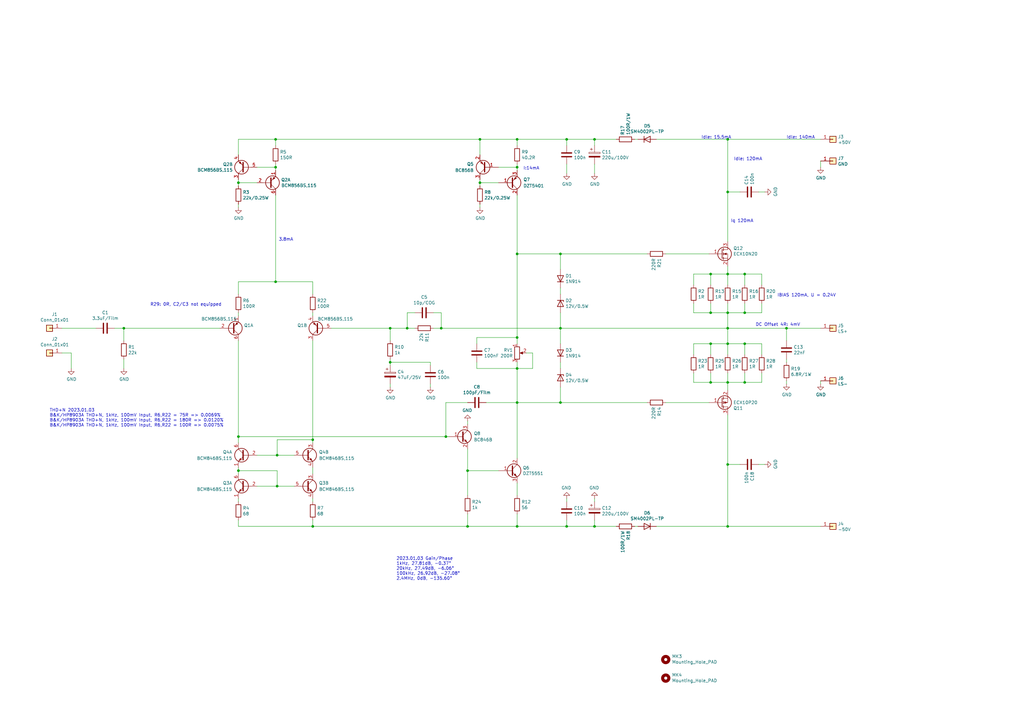
<source format=kicad_sch>
(kicad_sch (version 20230121) (generator eeschema)
  (paper "A3")
  (title_block (title "Lateral MOS FET 80W") (date "2023-07-09") (rev "v5d"))
  (lib_symbols
    (symbol "Connector_Generic:Conn_01x01" (pin_names (offset 1.016) hide)
      (property "Reference" "J" (at 0 2.54 0))
      (property "Value" "Conn_01x01" (at 0 -2.54 0))
      (symbol "Conn_01x01_1_1"
        (rectangle (start -1.27 0.127) (end 0 -0.127) (stroke (width 0.1524)))
        (rectangle (start -1.27 1.27) (end 1.27 -1.27) (stroke (width 0.254)) (fill (type background)))
        (pin passive line (at -5.08 0 0) (length 3.81) (name "Pin_1") (number "1"))
      )
    )
    (symbol "Device:C" (pin_numbers hide) (pin_names (offset 0.254))
      (property "Reference" "C" (at 0.635 2.54 0))
      (property "Value" "C" (at 0.635 -2.54 0))
      (symbol "C_0_1"
        (polyline (pts (xy -2.032 -0.762) (xy 2.032 -0.762)) (stroke (width 0.508)))
        (polyline (pts (xy -2.032 0.762) (xy 2.032 0.762)) (stroke (width 0.508)))
      )
      (symbol "C_1_1"
        (pin passive line (at 0 3.81 270) (length 2.794) (name "~") (number "1"))
        (pin passive line (at 0 -3.81 90) (length 2.794) (name "~") (number "2"))
      )
    )
    (symbol "Device:CP" (pin_numbers hide) (pin_names (offset 0.254))
      (property "Reference" "C" (at 0.635 2.54 0))
      (property "Value" "Device_CP" (at 0.635 -2.54 0))
      (symbol "CP_0_1"
        (rectangle (start -2.286 0.508) (end 2.286 1.016))
        (polyline (pts (xy -1.778 2.286) (xy -0.762 2.286)))
        (polyline (pts (xy -1.27 2.794) (xy -1.27 1.778)))
        (rectangle (start 2.286 -0.508) (end -2.286 -1.016) (fill (type outline)))
      )
      (symbol "CP_1_1"
        (pin passive line (at 0 3.81 270) (length 2.794) (name "~") (number "1"))
        (pin passive line (at 0 -3.81 90) (length 2.794) (name "~") (number "2"))
      )
    )
    (symbol "Device:R" (pin_numbers hide) (pin_names (offset 0))
      (property "Reference" "R" (at 2.032 0 90))
      (property "Value" "R" (at 0 0 90))
      (symbol "R_0_1"
        (rectangle (start -1.016 -2.54) (end 1.016 2.54) (stroke (width 0.254)))
      )
      (symbol "R_1_1"
        (pin passive line (at 0 3.81 270) (length 1.27) (name "~") (number "1"))
        (pin passive line (at 0 -3.81 90) (length 1.27) (name "~") (number "2"))
      )
    )
    (symbol "Device:R_POT" (pin_names (offset 1.016) hide)
      (property "Reference" "RV" (at -4.445 0 90))
      (property "Value" "Device_R_POT" (at -2.54 0 90))
      (symbol "R_POT_0_1"
        (polyline (pts (xy 2.54 0) (xy 1.524 0)))
        (polyline (pts (xy 1.143 0) (xy 2.286 0.508) (xy 2.286 -0.508) (xy 1.143 0)) (fill (type outline)))
        (rectangle (start 1.016 2.54) (end -1.016 -2.54) (stroke (width 0.254)))
      )
      (symbol "R_POT_1_1"
        (pin passive line (at 0 3.81 270) (length 1.27) (name "1") (number "1"))
        (pin passive line (at 3.81 0 180) (length 1.27) (name "2") (number "2"))
        (pin passive line (at 0 -3.81 90) (length 1.27) (name "3") (number "3"))
      )
    )
    (symbol "Diode:1N4002" (pin_numbers hide) (pin_names (offset 1.016) hide)
      (property "Reference" "D" (at 0 2.54 0))
      (property "Value" "1N4002" (at 0 -2.54 0))
      (symbol "1N4002_0_1"
        (polyline (pts (xy -1.27 1.27) (xy -1.27 -1.27)) (stroke (width 0.254)))
        (polyline (pts (xy 1.27 0) (xy -1.27 0)))
        (polyline (pts (xy 1.27 1.27) (xy 1.27 -1.27) (xy -1.27 0) (xy 1.27 1.27)) (stroke (width 0.254)))
      )
      (symbol "1N4002_1_1"
        (pin passive line (at -3.81 0 0) (length 2.54) (name "K") (number "1"))
        (pin passive line (at 3.81 0 180) (length 2.54) (name "A") (number "2"))
      )
    )
    (symbol "Diode:1N4148" (pin_numbers hide) (pin_names (offset 1.016) hide)
      (property "Reference" "D" (at 0 2.54 0))
      (property "Value" "1N4148" (at 0 -2.54 0))
      (symbol "1N4148_0_1"
        (polyline (pts (xy -1.27 1.27) (xy -1.27 -1.27)) (stroke (width 0.254)))
        (polyline (pts (xy 1.27 0) (xy -1.27 0)))
        (polyline (pts (xy 1.27 1.27) (xy 1.27 -1.27) (xy -1.27 0) (xy 1.27 1.27)) (stroke (width 0.254)))
      )
      (symbol "1N4148_1_1"
        (pin passive line (at -3.81 0 0) (length 2.54) (name "K") (number "1"))
        (pin passive line (at 3.81 0 180) (length 2.54) (name "A") (number "2"))
      )
    )
    (symbol "Diode:ZPDxx" (pin_numbers hide) (pin_names (offset 1.016) hide)
      (property "Reference" "D" (at 0 2.54 0))
      (property "Value" "ZPDxx" (at 0 -2.54 0))
      (symbol "ZPDxx_0_1"
        (polyline (pts (xy 1.27 0) (xy -1.27 0)))
        (polyline (pts (xy -1.27 -1.27) (xy -1.27 1.27) (xy -0.762 1.27)) (stroke (width 0.254)))
        (polyline (pts (xy 1.27 -1.27) (xy 1.27 1.27) (xy -1.27 0) (xy 1.27 -1.27)) (stroke (width 0.254)))
      )
      (symbol "ZPDxx_1_1"
        (pin passive line (at -3.81 0 0) (length 2.54) (name "K") (number "1"))
        (pin passive line (at 3.81 0 180) (length 2.54) (name "A") (number "2"))
      )
    )
    (symbol "Mechanical:MountingHole" (pin_names (offset 1.016))
      (property "Reference" "H" (at 0 5.08 0))
      (property "Value" "MountingHole" (at 0 3.175 0))
      (symbol "MountingHole_0_1"
        (circle (center 0 0) (radius 1.27) (stroke (width 1.27)))
      )
    )
    (symbol "Transistor_BJT:BC846" (pin_names (offset 0) hide)
      (property "Reference" "Q" (at 5.08 1.905 0))
      (property "Value" "BC846" (at 5.08 0 0))
      (symbol "BC846_0_1"
        (polyline (pts (xy 0.635 0.635) (xy 2.54 2.54)))
        (polyline (pts (xy 0.635 -0.635) (xy 2.54 -2.54) (xy 2.54 -2.54)))
        (polyline (pts (xy 0.635 1.905) (xy 0.635 -1.905) (xy 0.635 -1.905)) (stroke (width 0.508)))
        (polyline (pts (xy 1.27 -1.778) (xy 1.778 -1.27) (xy 2.286 -2.286) (xy 1.27 -1.778) (xy 1.27 -1.778)) (fill (type outline)))
        (circle (center 1.27 0) (radius 2.8194) (stroke (width 0.254)))
      )
      (symbol "BC846_1_1"
        (pin input line (at -5.08 0 0) (length 5.715) (name "B") (number "1"))
        (pin passive line (at 2.54 -5.08 90) (length 2.54) (name "E") (number "2"))
        (pin passive line (at 2.54 5.08 270) (length 2.54) (name "C") (number "3"))
      )
    )
    (symbol "Transistor_BJT:BC846BDW1" (pin_names (offset 0) hide)
      (property "Reference" "Q" (at 5.08 1.27 0))
      (property "Value" "BC846BDW1" (at 5.08 -1.27 0))
      (symbol "BC846BDW1_0_1"
        (polyline (pts (xy 0.635 0) (xy -2.54 0)))
        (polyline (pts (xy 0.635 0.635) (xy 2.54 2.54)))
        (polyline (pts (xy 0.635 -0.635) (xy 2.54 -2.54) (xy 2.54 -2.54)))
        (polyline (pts (xy 0.635 1.905) (xy 0.635 -1.905) (xy 0.635 -1.905)) (stroke (width 0.508)))
        (polyline (pts (xy 1.27 -1.778) (xy 1.778 -1.27) (xy 2.286 -2.286) (xy 1.27 -1.778) (xy 1.27 -1.778)) (fill (type outline)))
        (circle (center 1.27 0) (radius 2.8194) (stroke (width 0.254)))
      )
      (symbol "BC846BDW1_1_1"
        (pin passive line (at 2.54 -5.08 90) (length 2.54) (name "E1") (number "1"))
        (pin input line (at -5.08 0 0) (length 2.54) (name "B1") (number "2"))
        (pin passive line (at 2.54 5.08 270) (length 2.54) (name "C1") (number "6"))
      )
      (symbol "BC846BDW1_2_1"
        (pin passive line (at 2.54 5.08 270) (length 2.54) (name "C2") (number "3"))
        (pin passive line (at 2.54 -5.08 90) (length 2.54) (name "E2") (number "4"))
        (pin input line (at -5.08 0 0) (length 2.54) (name "B2") (number "5"))
      )
    )
    (symbol "Transistor_BJT:BC856" (pin_names (offset 0) hide)
      (property "Reference" "Q" (at 5.08 1.905 0))
      (property "Value" "BC856" (at 5.08 0 0))
      (symbol "BC856_0_1"
        (polyline (pts (xy 0.635 0.635) (xy 2.54 2.54)))
        (polyline (pts (xy 0.635 -0.635) (xy 2.54 -2.54) (xy 2.54 -2.54)))
        (polyline (pts (xy 0.635 1.905) (xy 0.635 -1.905) (xy 0.635 -1.905)) (stroke (width 0.508)))
        (polyline (pts (xy 2.286 -1.778) (xy 1.778 -2.286) (xy 1.27 -1.27) (xy 2.286 -1.778) (xy 2.286 -1.778)) (fill (type outline)))
        (circle (center 1.27 0) (radius 2.8194) (stroke (width 0.254)))
      )
      (symbol "BC856_1_1"
        (pin input line (at -5.08 0 0) (length 5.715) (name "B") (number "1"))
        (pin passive line (at 2.54 -5.08 90) (length 2.54) (name "E") (number "2"))
        (pin passive line (at 2.54 5.08 270) (length 2.54) (name "C") (number "3"))
      )
    )
    (symbol "Transistor_BJT:BC856BS" (pin_names (offset 0) hide)
      (property "Reference" "Q" (at 5.08 1.27 0))
      (property "Value" "BC856BS" (at 5.08 -1.27 0))
      (symbol "BC856BS_0_1"
        (polyline (pts (xy 0.635 0) (xy -2.54 0)))
        (polyline (pts (xy 0.635 0.635) (xy 2.54 2.54)))
        (polyline (pts (xy 0.635 -0.635) (xy 2.54 -2.54) (xy 2.54 -2.54)))
        (polyline (pts (xy 0.635 1.905) (xy 0.635 -1.905) (xy 0.635 -1.905)) (stroke (width 0.508)))
        (polyline (pts (xy 2.286 -1.778) (xy 1.778 -2.286) (xy 1.27 -1.27) (xy 2.286 -1.778) (xy 2.286 -1.778)) (fill (type outline)))
        (circle (center 1.27 0) (radius 2.8194) (stroke (width 0.254)))
      )
      (symbol "BC856BS_1_1"
        (pin passive line (at 2.54 -5.08 90) (length 2.54) (name "E1") (number "1"))
        (pin input line (at -5.08 0 0) (length 2.54) (name "B1") (number "2"))
        (pin passive line (at 2.54 5.08 270) (length 2.54) (name "C1") (number "6"))
      )
      (symbol "BC856BS_2_1"
        (pin passive line (at 2.54 5.08 270) (length 2.54) (name "C2") (number "3"))
        (pin passive line (at 2.54 -5.08 90) (length 2.54) (name "E2") (number "4"))
        (pin input line (at -5.08 0 0) (length 2.54) (name "B2") (number "5"))
      )
    )
    (symbol "kicad-snk:DZT5401" (pin_names (offset 0) hide)
      (property "Reference" "Q" (at 5.08 1.905 0))
      (property "Value" "DZT5401" (at 5.08 0 0))
      (symbol "DZT5401_0_1"
        (polyline (pts (xy 0.635 0.635) (xy 2.54 2.54)))
        (polyline (pts (xy 0.635 -0.635) (xy 2.54 -2.54) (xy 2.54 -2.54)))
        (polyline (pts (xy 0.635 1.905) (xy 0.635 -1.905) (xy 0.635 -1.905)) (stroke (width 0.508)))
        (polyline (pts (xy 2.286 -1.778) (xy 1.778 -2.286) (xy 1.27 -1.27) (xy 2.286 -1.778) (xy 2.286 -1.778)) (fill (type outline)))
        (circle (center 1.27 0) (radius 2.8194) (stroke (width 0.254)))
      )
      (symbol "DZT5401_1_1"
        (pin input line (at -5.08 0 0) (length 5.715) (name "B") (number "1"))
        (pin passive line (at 2.54 5.08 270) (length 2.54) (name "C") (number "2"))
        (pin passive line (at 2.54 -5.08 90) (length 2.54) (name "E") (number "3"))
      )
    )
    (symbol "kicad-snk:DZT5551" (pin_names (offset 0) hide)
      (property "Reference" "Q" (at 5.08 1.905 0))
      (property "Value" "kicad-snk_DZT5551" (at 5.08 0 0))
      (symbol "DZT5551_0_1"
        (polyline (pts (xy 0.635 0.635) (xy 2.54 2.54)))
        (polyline (pts (xy 0.635 -0.635) (xy 2.54 -2.54) (xy 2.54 -2.54)))
        (polyline (pts (xy 0.635 1.905) (xy 0.635 -1.905) (xy 0.635 -1.905)) (stroke (width 0.508)))
        (polyline (pts (xy 1.27 -1.778) (xy 1.778 -1.27) (xy 2.286 -2.286) (xy 1.27 -1.778) (xy 1.27 -1.778)) (fill (type outline)))
        (circle (center 1.27 0) (radius 2.8194) (stroke (width 0.254)))
      )
      (symbol "DZT5551_1_1"
        (pin input line (at -5.08 0 0) (length 5.715) (name "B") (number "1"))
        (pin passive line (at 2.54 5.08 270) (length 2.54) (name "C") (number "2"))
        (pin passive line (at 2.54 -5.08 90) (length 2.54) (name "E") (number "3"))
      )
    )
    (symbol "kicad-snk:Q_NMOS_GSD" (pin_names (offset 0) hide)
      (property "Reference" "Q" (at 7.62 1.27 0))
      (property "Value" "kicad-snk_Q_NMOS_GSD" (at 16.51 -1.27 0))
      (symbol "Q_NMOS_GSD_0_1"
        (polyline (pts (xy 0.762 -1.778) (xy 2.54 -1.778)))
        (polyline (pts (xy 0.762 -1.27) (xy 0.762 -2.286)) (stroke (width 0.254)))
        (polyline (pts (xy 0.762 0) (xy 2.54 0)))
        (polyline (pts (xy 0.762 0.508) (xy 0.762 -0.508)) (stroke (width 0.254)))
        (polyline (pts (xy 0.762 1.778) (xy 2.54 1.778)))
        (polyline (pts (xy 0.762 2.286) (xy 0.762 1.27)) (stroke (width 0.254)))
        (polyline (pts (xy 2.54 -1.778) (xy 2.54 -2.54)))
        (polyline (pts (xy 2.54 -1.778) (xy 2.54 0)))
        (polyline (pts (xy 2.54 2.54) (xy 2.54 1.778)))
        (polyline (pts (xy 0.254 1.905) (xy 0.254 -1.905) (xy 0.254 -1.905)) (stroke (width 0.254)))
        (polyline (pts (xy 1.016 0) (xy 2.032 0.381) (xy 2.032 -0.381) (xy 1.016 0)) (fill (type outline)))
        (circle (center 1.27 0) (radius 2.8194) (stroke (width 0.254)))
      )
      (symbol "Q_NMOS_GSD_1_1"
        (pin input line (at -5.08 0 0) (length 5.334) (name "G") (number "1"))
        (pin passive line (at 2.54 -5.08 90) (length 2.54) (name "S") (number "2"))
        (pin passive line (at 2.54 5.08 270) (length 2.54) (name "D") (number "3"))
      )
    )
    (symbol "kicad-snk:Q_PMOS_GSD" (pin_names (offset 0) hide)
      (property "Reference" "Q" (at 7.62 1.27 0))
      (property "Value" "kicad-snk_Q_PMOS_GSD" (at 16.51 -1.27 0))
      (symbol "Q_PMOS_GSD_0_1"
        (polyline (pts (xy 0.762 -1.778) (xy 2.54 -1.778)))
        (polyline (pts (xy 0.762 -1.27) (xy 0.762 -2.286)) (stroke (width 0.254)))
        (polyline (pts (xy 0.762 0) (xy 2.54 0)))
        (polyline (pts (xy 0.762 0.508) (xy 0.762 -0.508)) (stroke (width 0.254)))
        (polyline (pts (xy 0.762 1.778) (xy 2.54 1.778)))
        (polyline (pts (xy 0.762 2.286) (xy 0.762 1.27)) (stroke (width 0.254)))
        (polyline (pts (xy 2.54 -1.778) (xy 2.54 -2.54)))
        (polyline (pts (xy 2.54 -1.778) (xy 2.54 0)))
        (polyline (pts (xy 2.54 2.54) (xy 2.54 1.778)))
        (polyline (pts (xy 0.254 1.905) (xy 0.254 -1.905) (xy 0.254 -1.905)) (stroke (width 0.254)))
        (polyline (pts (xy 2.286 0) (xy 1.27 -0.381) (xy 1.27 0.381) (xy 2.286 0)) (fill (type outline)))
        (circle (center 1.27 0) (radius 2.8194) (stroke (width 0.254)))
      )
      (symbol "Q_PMOS_GSD_1_1"
        (pin input line (at -5.08 0 0) (length 5.334) (name "G") (number "1"))
        (pin passive line (at 2.54 -5.08 90) (length 2.54) (name "D") (number "2"))
        (pin passive line (at 2.54 5.08 270) (length 2.54) (name "S") (number "3"))
      )
    )
    (symbol "power:GND" (power) (pin_names (offset 0))
      (property "Value" "GND" (at 0 -3.81 0))
      (symbol "GND_0_1"
        (polyline (pts (xy 0 0) (xy 0 -1.27) (xy 1.27 -1.27) (xy 0 -2.54) (xy -1.27 -1.27) (xy 0 -1.27)))
      )
      (symbol "GND_1_1"
        (pin power_in line (at 0 0 270) (length 0) hide (name "GND") (number "1"))
      )
    )
  )
  (junction (at 229.87 165.1))
  (junction (at 191.77 215.9))
  (junction (at 212.09 68.58))
  (junction (at 229.87 104.14))
  (junction (at 212.09 165.1))
  (junction (at 305.435 156.845))
  (junction (at 229.87 134.62))
  (junction (at 191.77 193.04))
  (junction (at 212.09 215.9))
  (junction (at 196.85 74.93))
  (junction (at 97.79 193.04))
  (junction (at 113.665 186.69))
  (junction (at 113.03 115.57))
  (junction (at 50.8 134.62))
  (junction (at 243.84 57.15))
  (junction (at 232.41 215.9))
  (junction (at 212.09 138.43))
  (junction (at 113.03 57.15))
  (junction (at 232.41 57.15))
  (junction (at 97.79 179.07))
  (junction (at 212.09 151.13))
  (junction (at 113.665 199.39))
  (junction (at 298.45 156.845))
  (junction (at 298.45 190.5))
  (junction (at 160.02 134.62))
  (junction (at 180.975 134.62))
  (junction (at 128.27 215.9))
  (junction (at 167.005 134.62))
  (junction (at 298.45 112.395))
  (junction (at 305.435 112.395))
  (junction (at 305.435 140.97))
  (junction (at 298.45 134.62))
  (junction (at 113.03 68.58))
  (junction (at 212.09 57.15))
  (junction (at 182.88 179.07))
  (junction (at 298.45 57.15))
  (junction (at 212.09 104.14))
  (junction (at 97.79 74.93))
  (junction (at 128.27 180.34))
  (junction (at 291.465 140.97))
  (junction (at 196.85 57.15))
  (junction (at 322.58 134.62))
  (junction (at 298.45 128.27))
  (junction (at 291.465 128.27))
  (junction (at 291.465 156.845))
  (junction (at 291.465 112.395))
  (junction (at 243.84 215.9))
  (junction (at 298.45 140.97))
  (junction (at 160.02 148.59))
  (junction (at 298.45 78.74))
  (junction (at 298.45 215.9))
  (junction (at 305.435 128.27))
  (wire (pts (xy 50.8 134.62) (xy 90.17 134.62)))
  (wire (pts (xy 212.09 68.58) (xy 212.09 69.85)))
  (wire (pts (xy 29.21 144.78) (xy 25.4 144.78)))
  (wire (pts (xy 312.42 112.395) (xy 305.435 112.395)))
  (wire (pts (xy 284.48 156.845) (xy 291.465 156.845)))
  (wire (pts (xy 284.48 140.97) (xy 291.465 140.97)))
  (wire (pts (xy 196.85 73.66) (xy 196.85 74.93)))
  (wire (pts (xy 305.435 156.845) (xy 298.45 156.845)))
  (wire (pts (xy 128.27 115.57) (xy 113.03 115.57)))
  (wire (pts (xy 218.44 151.13) (xy 218.44 144.78)))
  (wire (pts (xy 128.27 139.7) (xy 128.27 180.34)))
  (wire (pts (xy 291.465 116.84) (xy 291.465 112.395)))
  (wire (pts (xy 160.02 148.59) (xy 176.53 148.59)))
  (wire (pts (xy 284.48 128.27) (xy 291.465 128.27)))
  (wire (pts (xy 298.45 215.9) (xy 298.45 190.5)))
  (wire (pts (xy 212.09 165.1) (xy 229.87 165.1)))
  (wire (pts (xy 113.03 57.15) (xy 196.85 57.15)))
  (wire (pts (xy 312.42 128.27) (xy 305.435 128.27)))
  (wire (pts (xy 212.09 210.82) (xy 212.09 215.9)))
  (wire (pts (xy 196.85 57.15) (xy 196.85 63.5)))
  (wire (pts (xy 176.53 149.86) (xy 176.53 148.59)))
  (wire (pts (xy 291.465 145.415) (xy 291.465 140.97)))
  (wire (pts (xy 291.465 112.395) (xy 298.45 112.395)))
  (wire (pts (xy 212.09 57.15) (xy 232.41 57.15)))
  (wire (pts (xy 229.87 110.49) (xy 229.87 104.14)))
  (wire (pts (xy 105.41 199.39) (xy 113.665 199.39)))
  (wire (pts (xy 191.77 184.15) (xy 191.77 193.04)))
  (wire (pts (xy 232.41 57.15) (xy 232.41 59.69)))
  (wire (pts (xy 113.03 115.57) (xy 97.79 115.57)))
  (wire (pts (xy 25.4 134.62) (xy 39.37 134.62)))
  (wire (pts (xy 105.41 68.58) (xy 113.03 68.58)))
  (wire (pts (xy 229.87 128.27) (xy 229.87 134.62)))
  (wire (pts (xy 232.41 67.31) (xy 232.41 71.12)))
  (wire (pts (xy 232.41 215.9) (xy 243.84 215.9)))
  (wire (pts (xy 303.53 78.74) (xy 298.45 78.74)))
  (wire (pts (xy 128.27 180.34) (xy 128.27 181.61)))
  (wire (pts (xy 303.53 190.5) (xy 298.45 190.5)))
  (wire (pts (xy 113.665 199.39) (xy 120.65 199.39)))
  (wire (pts (xy 97.79 74.93) (xy 105.41 74.93)))
  (wire (pts (xy 312.42 116.84) (xy 312.42 112.395)))
  (wire (pts (xy 191.77 172.72) (xy 191.77 173.99)))
  (wire (pts (xy 243.84 57.15) (xy 243.84 59.69)))
  (wire (pts (xy 298.45 99.06) (xy 298.45 78.74)))
  (wire (pts (xy 167.005 134.62) (xy 170.18 134.62)))
  (wire (pts (xy 196.85 74.93) (xy 196.85 76.2)))
  (wire (pts (xy 160.02 148.59) (xy 160.02 147.32)))
  (wire (pts (xy 167.005 128.27) (xy 167.005 134.62)))
  (wire (pts (xy 105.41 186.69) (xy 113.665 186.69)))
  (wire (pts (xy 196.85 57.15) (xy 212.09 57.15)))
  (wire (pts (xy 113.665 193.04) (xy 113.665 199.39)))
  (wire (pts (xy 232.41 57.15) (xy 243.84 57.15)))
  (wire (pts (xy 212.09 151.13) (xy 218.44 151.13)))
  (wire (pts (xy 196.85 74.93) (xy 204.47 74.93)))
  (wire (pts (xy 182.88 179.07) (xy 184.15 179.07)))
  (wire (pts (xy 97.79 139.7) (xy 97.79 179.07)))
  (wire (pts (xy 212.09 138.43) (xy 212.09 140.97)))
  (wire (pts (xy 284.48 124.46) (xy 284.48 128.27)))
  (wire (pts (xy 97.79 204.47) (xy 97.79 205.74)))
  (wire (pts (xy 261.62 57.15) (xy 260.35 57.15)))
  (wire (pts (xy 191.77 215.9) (xy 212.09 215.9)))
  (wire (pts (xy 273.05 165.1) (xy 290.83 165.1)))
  (wire (pts (xy 128.27 215.9) (xy 191.77 215.9)))
  (wire (pts (xy 298.45 112.395) (xy 298.45 116.84)))
  (wire (pts (xy 212.09 151.13) (xy 212.09 165.1)))
  (wire (pts (xy 182.88 165.1) (xy 182.88 179.07)))
  (wire (pts (xy 229.87 158.75) (xy 229.87 165.1)))
  (wire (pts (xy 212.09 57.15) (xy 212.09 59.69)))
  (wire (pts (xy 212.09 165.1) (xy 212.09 187.96)))
  (wire (pts (xy 191.77 165.1) (xy 182.88 165.1)))
  (wire (pts (xy 128.27 128.27) (xy 128.27 129.54)))
  (wire (pts (xy 312.42 156.845) (xy 305.435 156.845)))
  (wire (pts (xy 336.55 66.04) (xy 336.55 68.58)))
  (wire (pts (xy 312.42 140.97) (xy 305.435 140.97)))
  (wire (pts (xy 97.79 73.66) (xy 97.79 74.93)))
  (wire (pts (xy 312.42 145.415) (xy 312.42 140.97)))
  (wire (pts (xy 97.79 57.15) (xy 113.03 57.15)))
  (wire (pts (xy 298.45 78.74) (xy 298.45 57.15)))
  (wire (pts (xy 97.79 57.15) (xy 97.79 63.5)))
  (wire (pts (xy 204.47 68.58) (xy 212.09 68.58)))
  (wire (pts (xy 196.85 83.82) (xy 196.85 85.09)))
  (wire (pts (xy 312.42 124.46) (xy 312.42 128.27)))
  (wire (pts (xy 298.45 140.97) (xy 298.45 145.415)))
  (wire (pts (xy 298.45 170.18) (xy 298.45 190.5)))
  (wire (pts (xy 229.87 104.14) (xy 265.43 104.14)))
  (wire (pts (xy 284.48 153.035) (xy 284.48 156.845)))
  (wire (pts (xy 322.58 139.7) (xy 322.58 134.62)))
  (wire (pts (xy 269.24 57.15) (xy 298.45 57.15)))
  (wire (pts (xy 50.8 151.13) (xy 50.8 147.32)))
  (wire (pts (xy 305.435 140.97) (xy 298.45 140.97)))
  (wire (pts (xy 305.435 145.415) (xy 305.435 140.97)))
  (wire (pts (xy 291.465 156.845) (xy 298.45 156.845)))
  (wire (pts (xy 322.58 157.48) (xy 322.58 156.21)))
  (wire (pts (xy 97.79 179.07) (xy 97.79 181.61)))
  (wire (pts (xy 97.79 128.27) (xy 97.79 129.54)))
  (wire (pts (xy 195.58 140.97) (xy 195.58 138.43)))
  (wire (pts (xy 273.05 104.14) (xy 290.83 104.14)))
  (wire (pts (xy 313.69 78.74) (xy 311.15 78.74)))
  (wire (pts (xy 97.79 213.36) (xy 97.79 215.9)))
  (wire (pts (xy 243.84 213.36) (xy 243.84 215.9)))
  (wire (pts (xy 113.03 57.15) (xy 113.03 59.69)))
  (wire (pts (xy 212.09 198.12) (xy 212.09 203.2)))
  (wire (pts (xy 298.45 156.845) (xy 298.45 160.02)))
  (wire (pts (xy 97.79 193.04) (xy 97.79 194.31)))
  (wire (pts (xy 269.24 215.9) (xy 298.45 215.9)))
  (wire (pts (xy 160.02 134.62) (xy 160.02 139.7)))
  (wire (pts (xy 322.58 148.59) (xy 322.58 147.32)))
  (wire (pts (xy 113.665 186.69) (xy 113.665 180.34)))
  (wire (pts (xy 212.09 148.59) (xy 212.09 151.13)))
  (wire (pts (xy 97.79 83.82) (xy 97.79 85.09)))
  (wire (pts (xy 160.02 149.86) (xy 160.02 148.59)))
  (wire (pts (xy 176.53 158.75) (xy 176.53 157.48)))
  (wire (pts (xy 298.45 57.15) (xy 336.55 57.15)))
  (wire (pts (xy 50.8 139.7) (xy 50.8 134.62)))
  (wire (pts (xy 128.27 115.57) (xy 128.27 120.65)))
  (wire (pts (xy 180.975 128.27) (xy 180.975 134.62)))
  (wire (pts (xy 97.79 191.77) (xy 97.79 193.04)))
  (wire (pts (xy 336.55 134.62) (xy 322.58 134.62)))
  (wire (pts (xy 113.665 186.69) (xy 120.65 186.69)))
  (wire (pts (xy 180.975 134.62) (xy 229.87 134.62)))
  (wire (pts (xy 243.84 57.15) (xy 252.73 57.15)))
  (wire (pts (xy 180.975 128.27) (xy 177.8 128.27)))
  (wire (pts (xy 128.27 191.77) (xy 128.27 194.31)))
  (wire (pts (xy 191.77 193.04) (xy 204.47 193.04)))
  (wire (pts (xy 305.435 124.46) (xy 305.435 128.27)))
  (wire (pts (xy 195.58 148.59) (xy 195.58 151.13)))
  (wire (pts (xy 199.39 165.1) (xy 212.09 165.1)))
  (wire (pts (xy 177.8 134.62) (xy 180.975 134.62)))
  (wire (pts (xy 128.27 213.36) (xy 128.27 215.9)))
  (wire (pts (xy 170.18 128.27) (xy 167.005 128.27)))
  (wire (pts (xy 243.84 67.31) (xy 243.84 71.12)))
  (wire (pts (xy 97.79 115.57) (xy 97.79 120.65)))
  (wire (pts (xy 284.48 112.395) (xy 291.465 112.395)))
  (wire (pts (xy 46.99 134.62) (xy 50.8 134.62)))
  (wire (pts (xy 97.79 215.9) (xy 128.27 215.9)))
  (wire (pts (xy 305.435 153.035) (xy 305.435 156.845)))
  (wire (pts (xy 229.87 151.13) (xy 229.87 148.59)))
  (wire (pts (xy 212.09 67.31) (xy 212.09 68.58)))
  (wire (pts (xy 291.465 124.46) (xy 291.465 128.27)))
  (wire (pts (xy 232.41 205.74) (xy 232.41 204.47)))
  (wire (pts (xy 191.77 210.82) (xy 191.77 215.9)))
  (wire (pts (xy 284.48 116.84) (xy 284.48 112.395)))
  (wire (pts (xy 160.02 158.75) (xy 160.02 157.48)))
  (wire (pts (xy 313.69 190.5) (xy 311.15 190.5)))
  (wire (pts (xy 195.58 151.13) (xy 212.09 151.13)))
  (wire (pts (xy 97.79 193.04) (xy 113.665 193.04)))
  (wire (pts (xy 113.03 67.31) (xy 113.03 68.58)))
  (wire (pts (xy 113.03 80.01) (xy 113.03 115.57)))
  (wire (pts (xy 291.465 140.97) (xy 298.45 140.97)))
  (wire (pts (xy 298.45 134.62) (xy 298.45 140.97)))
  (wire (pts (xy 291.465 153.035) (xy 291.465 156.845)))
  (wire (pts (xy 215.9 144.78) (xy 218.44 144.78)))
  (wire (pts (xy 212.09 80.01) (xy 212.09 104.14)))
  (wire (pts (xy 284.48 145.415) (xy 284.48 140.97)))
  (wire (pts (xy 212.09 138.43) (xy 212.09 104.14)))
  (wire (pts (xy 229.87 165.1) (xy 265.43 165.1)))
  (wire (pts (xy 261.62 215.9) (xy 260.35 215.9)))
  (wire (pts (xy 298.45 215.9) (xy 336.55 215.9)))
  (wire (pts (xy 298.45 128.27) (xy 298.45 134.62)))
  (wire (pts (xy 243.84 204.47) (xy 243.84 205.74)))
  (wire (pts (xy 212.09 104.14) (xy 229.87 104.14)))
  (wire (pts (xy 229.87 140.97) (xy 229.87 134.62)))
  (wire (pts (xy 291.465 128.27) (xy 298.45 128.27)))
  (wire (pts (xy 298.45 153.035) (xy 298.45 156.845)))
  (wire (pts (xy 298.45 124.46) (xy 298.45 128.27)))
  (wire (pts (xy 29.21 151.13) (xy 29.21 144.78)))
  (wire (pts (xy 160.02 134.62) (xy 167.005 134.62)))
  (wire (pts (xy 298.45 109.22) (xy 298.45 112.395)))
  (wire (pts (xy 135.89 134.62) (xy 160.02 134.62)))
  (wire (pts (xy 128.27 204.47) (xy 128.27 205.74)))
  (wire (pts (xy 212.09 215.9) (xy 232.41 215.9)))
  (wire (pts (xy 312.42 153.035) (xy 312.42 156.845)))
  (wire (pts (xy 97.79 74.93) (xy 97.79 76.2)))
  (wire (pts (xy 305.435 112.395) (xy 298.45 112.395)))
  (wire (pts (xy 195.58 138.43) (xy 212.09 138.43)))
  (wire (pts (xy 113.03 68.58) (xy 113.03 69.85)))
  (wire (pts (xy 232.41 213.36) (xy 232.41 215.9)))
  (wire (pts (xy 298.45 134.62) (xy 322.58 134.62)))
  (wire (pts (xy 229.87 134.62) (xy 298.45 134.62)))
  (wire (pts (xy 191.77 193.04) (xy 191.77 203.2)))
  (wire (pts (xy 229.87 120.65) (xy 229.87 118.11)))
  (wire (pts (xy 113.665 180.34) (xy 128.27 180.34)))
  (wire (pts (xy 305.435 116.84) (xy 305.435 112.395)))
  (wire (pts (xy 243.84 215.9) (xy 252.73 215.9)))
  (wire (pts (xy 305.435 128.27) (xy 298.45 128.27)))
  (wire (pts (xy 336.55 157.48) (xy 336.55 156.21)))
  (wire (pts (xy 97.79 179.07) (xy 182.88 179.07)))
  (text "THD+N 2023.01.03\nB&K/HP8903A THD+N, 1kHz, 100mV Input, R6,R22 = 75R => 0.0069%\nB&K/HP8903A THD+N, 1kHz, 100mV Input, R6,R22 = 180R => 0.0120%\nB&K/HP8903A THD+N, 1kHz, 100mV Input, R6,R22 = 100R => 0.0075%\n" (at 20.32 175.26 0) (effects (font (size 1.27 1.27)) (justify left bottom)))
  (text "Idle: 120mA" (at 300.99 66.04 0) (effects (font (size 1.27 1.27)) (justify left bottom)))
  (text "Iq 120mA" (at 299.72 91.44 0) (effects (font (size 1.27 1.27)) (justify left bottom)))
  (text "Idle: 15.5mA" (at 287.655 57.15 0) (effects (font (size 1.27 1.27)) (justify left bottom)))
  (text "2023.01.03 Gain/Phase\n1kHz, 27.81dB, -0.37°\n20kHz, 27.49dB, -6.06°\n100kHz, 26.92dB, -27.08°\n2.4MHz, 0dB, -135.60°" (at 162.56 238.125 0) (effects (font (size 1.27 1.27)) (justify left bottom)))
  (text "Idle: 140mA" (at 322.58 57.15 0) (effects (font (size 1.27 1.27)) (justify left bottom)))
  (text "DC Offset 4R: 4mV" (at 309.88 133.985 0) (effects (font (size 1.27 1.27)) (justify left bottom)))
  (text "R29: 0R, C2/C3 not equipped" (at 61.595 125.73 0) (effects (font (size 1.27 1.27)) (justify left bottom)))
  (text "3.8mA" (at 114.3 99.06 0) (effects (font (size 1.27 1.27)) (justify left bottom)))
  (text "I:14mA" (at 214.63 69.85 0) (effects (font (size 1.27 1.27)) (justify left bottom)))
  (text "IBIAS 120mA, U = 0.24V" (at 318.77 121.92 0) (effects (font (size 1.27 1.27)) (justify left bottom)))
  (symbol (lib_id "Device:C") (at 43.18 134.62 270) (unit 1)
    (property "Reference" "C1" (at 43.18 128.2192 90))
    (property "Value" "3.3uF/Film" (at 43.18 130.5306 90))
    (property "Footprint" "Capacitor_THT:C_Rect_L7.2mm_W7.2mm_P5.00mm_FKS2_FKP2_MKS2_MKP2" (effects hide))
  )
  (symbol (lib_id "power:GND") (at 50.8 151.13 0) (unit 1)
    (property "Reference" "#PWR0101" (effects hide))
    (property "Value" "GND" (at 50.927 155.5242 0))
  )
  (symbol (lib_id "Device:R") (at 50.8 143.51 0) (unit 1)
    (property "Reference" "R1" (at 52.578 142.3416 0) (effects (justify left)))
    (property "Value" "22k" (at 52.578 144.653 0) (effects (justify left)))
    (property "Footprint" "Resistor_SMD:R_0805_2012Metric_Pad1.20x1.40mm_HandSolder" (effects hide))
  )
  (symbol (lib_id "power:GND") (at 29.21 151.13 0) (unit 1)
    (property "Reference" "#PWR0102" (effects hide))
    (property "Value" "GND" (at 29.337 155.5242 0))
  )
  (symbol (lib_id "Connector_Generic:Conn_01x01") (at 20.32 134.62 180) (unit 1)
    (property "Reference" "J1" (at 22.4028 128.905 0))
    (property "Value" "Conn_01x01" (at 22.4028 131.2164 0))
    (property "Footprint" "Connector_Pin:Pin_D1.0mm_L10.0mm" (effects hide))
  )
  (symbol (lib_id "Connector_Generic:Conn_01x01") (at 20.32 144.78 180) (unit 1)
    (property "Reference" "J2" (at 22.4028 139.065 0))
    (property "Value" "Conn_01x01" (at 22.4028 141.3764 0))
    (property "Footprint" "Connector_Pin:Pin_D1.0mm_L10.0mm" (effects hide))
  )
  (symbol (lib_id "Device:R") (at 97.79 124.46 0) (unit 1)
    (property "Reference" "R6" (at 99.568 123.2916 0) (effects (justify left)))
    (property "Value" "100R" (at 99.568 125.603 0) (effects (justify left)))
    (property "Footprint" "Resistor_SMD:R_0805_2012Metric_Pad1.20x1.40mm_HandSolder" (effects hide))
  )
  (symbol (lib_id "Device:R") (at 97.79 80.01 0) (unit 1)
    (property "Reference" "R3" (at 99.568 78.8416 0) (effects (justify left)))
    (property "Value" "22k/0.25W" (at 99.568 81.153 0) (effects (justify left)))
    (property "Footprint" "Resistor_SMD:R_0805_2012Metric_Pad1.20x1.40mm_HandSolder" (effects hide))
  )
  (symbol (lib_id "power:GND") (at 97.79 85.09 0) (unit 1)
    (property "Reference" "#PWR0103" (effects hide))
    (property "Value" "GND" (at 97.917 89.4842 0))
  )
  (symbol (lib_id "Device:R") (at 113.03 63.5 0) (unit 1)
    (property "Reference" "R5" (at 114.808 62.3316 0) (effects (justify left)))
    (property "Value" "150R" (at 114.808 64.643 0) (effects (justify left)))
    (property "Footprint" "Resistor_SMD:R_0805_2012Metric_Pad1.20x1.40mm_HandSolder" (effects hide))
  )
  (symbol (lib_id "Device:CP") (at 160.02 153.67 0) (unit 1)
    (property "Reference" "C4" (at 163.0172 152.5016 0) (effects (justify left)))
    (property "Value" "47uF/25V" (at 163.0172 154.813 0) (effects (justify left)))
    (property "Footprint" "Capacitor_THT:CP_Radial_D5.0mm_P2.00mm" (effects hide))
  )
  (symbol (lib_id "Device:C") (at 176.53 153.67 0) (unit 1)
    (property "Reference" "C6" (at 179.451 152.5016 0) (effects (justify left)))
    (property "Value" "100n" (at 179.451 154.813 0) (effects (justify left)))
    (property "Footprint" "Capacitor_THT:C_Rect_L7.2mm_W2.5mm_P5.00mm_FKS2_FKP2_MKS2_MKP2" (effects hide))
  )
  (symbol (lib_id "Device:R") (at 160.02 143.51 0) (unit 1)
    (property "Reference" "R10" (at 161.798 142.3416 0) (effects (justify left)))
    (property "Value" "1k" (at 161.798 144.653 0) (effects (justify left)))
    (property "Footprint" "Resistor_SMD:R_0805_2012Metric_Pad1.20x1.40mm_HandSolder" (effects hide))
  )
  (symbol (lib_id "Device:R") (at 128.27 209.55 0) (unit 1)
    (property "Reference" "R7" (at 130.048 208.3816 0) (effects (justify left)))
    (property "Value" "68" (at 130.048 210.693 0) (effects (justify left)))
    (property "Footprint" "Resistor_SMD:R_0805_2012Metric_Pad1.20x1.40mm_HandSolder" (effects hide))
  )
  (symbol (lib_id "Device:R") (at 97.79 209.55 0) (unit 1)
    (property "Reference" "R4" (at 99.568 208.3816 0) (effects (justify left)))
    (property "Value" "68" (at 99.568 210.693 0) (effects (justify left)))
    (property "Footprint" "Resistor_SMD:R_0805_2012Metric_Pad1.20x1.40mm_HandSolder" (effects hide))
  )
  (symbol (lib_id "Device:R") (at 173.99 134.62 270) (unit 1)
    (property "Reference" "R11" (at 175.1584 136.398 0) (effects (justify left)))
    (property "Value" "22k" (at 172.847 136.398 0) (effects (justify left)))
    (property "Footprint" "Resistor_SMD:R_0805_2012Metric_Pad1.20x1.40mm_HandSolder" (effects hide))
  )
  (symbol (lib_id "Connector_Generic:Conn_01x01") (at 341.63 57.15 0) (unit 1)
    (property "Reference" "J3" (at 343.662 56.0832 0) (effects (justify left)))
    (property "Value" "+50V" (at 343.662 58.3946 0) (effects (justify left)))
    (property "Footprint" "kicad-snk:TE-726386-2_Pitch5.08mm_Drill1.3mm" (effects hide))
  )
  (symbol (lib_id "Connector_Generic:Conn_01x01") (at 341.63 215.9 0) (unit 1)
    (property "Reference" "J4" (at 343.662 214.8332 0) (effects (justify left)))
    (property "Value" "-50V" (at 343.662 217.1446 0) (effects (justify left)))
    (property "Footprint" "kicad-snk:TE-726386-2_Pitch5.08mm_Drill1.3mm" (effects hide))
  )
  (symbol (lib_id "power:GND") (at 322.58 157.48 0) (unit 1)
    (property "Reference" "#PWR0109" (effects hide))
    (property "Value" "GND" (at 322.707 161.8742 0))
  )
  (symbol (lib_id "Connector_Generic:Conn_01x01") (at 341.63 156.21 0) (unit 1)
    (property "Reference" "J6" (at 343.662 155.1432 0) (effects (justify left)))
    (property "Value" "LS-" (at 343.662 157.4546 0) (effects (justify left)))
    (property "Footprint" "kicad-snk:TE-726386-2_Pitch5.08mm_Drill1.3mm" (effects hide))
  )
  (symbol (lib_id "Connector_Generic:Conn_01x01") (at 341.63 134.62 0) (unit 1)
    (property "Reference" "J5" (at 343.662 133.5532 0) (effects (justify left)))
    (property "Value" "LS+" (at 343.662 135.8646 0) (effects (justify left)))
    (property "Footprint" "kicad-snk:TE-726386-2_Pitch5.08mm_Drill1.3mm" (effects hide))
  )
  (symbol (lib_id "power:GND") (at 336.55 157.48 0) (unit 1)
    (property "Reference" "#PWR0110" (effects hide))
    (property "Value" "GND" (at 336.677 161.8742 0))
  )
  (symbol (lib_id "Device:R_POT") (at 212.09 144.78 0) (unit 1)
    (property "Reference" "RV1" (at 210.3374 143.6116 0) (effects (justify right)))
    (property "Value" "200R" (at 210.3374 145.923 0) (effects (justify right)))
    (property "Footprint" "Potentiometer_THT:Potentiometer_Bourns_3296W_Vertical" (effects hide))
  )
  (symbol (lib_id "Device:C") (at 195.58 144.78 180) (unit 1)
    (property "Reference" "C7" (at 198.501 143.6116 0) (effects (justify right)))
    (property "Value" "100nF" (at 198.501 145.923 0) (effects (justify right)))
    (property "Footprint" "Capacitor_THT:C_Rect_L7.2mm_W2.5mm_P5.00mm_FKS2_FKP2_MKS2_MKP2" (effects hide))
  )
  (symbol (lib_id "Diode:1N4148") (at 229.87 114.3 90) (unit 1)
    (property "Reference" "D1" (at 231.902 113.1316 90) (effects (justify right)))
    (property "Value" "1N914" (at 231.902 115.443 90) (effects (justify right)))
    (property "Footprint" "Diode_SMD:D_SOD-123" (effects hide))
    (property "Datasheet" "https://assets.nexperia.com/documents/data-sheet/1N4148_1N4448.pdf" (effects hide))
  )
  (symbol (lib_id "Diode:ZPDxx") (at 229.87 124.46 270) (unit 1)
    (property "Reference" "D2" (at 231.902 123.2916 90) (effects (justify left)))
    (property "Value" "12V/0.5W" (at 231.902 125.603 90) (effects (justify left)))
    (property "Footprint" "Diode_SMD:D_SOD-123" (effects hide))
    (property "Datasheet" "http://diotec.com/tl_files/diotec/files/pdf/datasheets/zpd1" (effects hide))
  )
  (symbol (lib_id "Diode:1N4148") (at 229.87 144.78 90) (unit 1)
    (property "Reference" "D3" (at 231.902 143.6116 90) (effects (justify right)))
    (property "Value" "1N914" (at 231.902 145.923 90) (effects (justify right)))
    (property "Footprint" "Diode_SMD:D_SOD-123" (effects hide))
    (property "Datasheet" "https://assets.nexperia.com/documents/data-sheet/1N4148_1N4448.pdf" (effects hide))
  )
  (symbol (lib_id "Diode:ZPDxx") (at 229.87 154.94 270) (unit 1)
    (property "Reference" "D4" (at 231.902 153.7716 90) (effects (justify left)))
    (property "Value" "12V/0.5W" (at 231.902 156.083 90) (effects (justify left)))
    (property "Footprint" "Diode_SMD:D_SOD-123" (effects hide))
    (property "Datasheet" "http://diotec.com/tl_files/diotec/files/pdf/datasheets/zpd1" (effects hide))
  )
  (symbol (lib_id "Device:R") (at 269.24 165.1 270) (unit 1)
    (property "Reference" "R14" (at 270.4084 166.878 0) (effects (justify left)))
    (property "Value" "220R" (at 268.097 166.878 0) (effects (justify left)))
    (property "Footprint" "Resistor_SMD:R_0805_2012Metric_Pad1.20x1.40mm_HandSolder" (effects hide))
  )
  (symbol (lib_id "kicad-snk:Q_PMOS_GSD") (at 295.91 165.1 0) (mirror x) (unit 1)
    (property "Reference" "Q11" (at 300.7614 167.4114 0) (effects (justify left)))
    (property "Value" "ECX10P20" (at 300.7614 165.1 0) (effects (justify left)))
    (property "Footprint" "Package_TO_SOT_THT:TO-247-3_Horizontal_TabUp" (effects hide))
  )
  (symbol (lib_id "Connector_Generic:Conn_01x01") (at 341.63 66.04 0) (unit 1)
    (property "Reference" "J7" (at 343.662 64.9732 0) (effects (justify left)))
    (property "Value" "GND" (at 343.662 67.2846 0) (effects (justify left)))
    (property "Footprint" "kicad-snk:TE-726386-2_Pitch5.08mm_Drill1.3mm" (effects hide))
  )
  (symbol (lib_id "Device:R") (at 322.58 152.4 0) (unit 1)
    (property "Reference" "R19" (at 324.358 151.2316 0) (effects (justify left)))
    (property "Value" "6.8R/1W" (at 324.358 153.543 0) (effects (justify left)))
    (property "Footprint" "Resistor_SMD:R_MELF_MMB-0207" (effects hide))
  )
  (symbol (lib_id "power:GND") (at 336.55 68.58 0) (unit 1)
    (property "Reference" "#PWR0111" (effects hide))
    (property "Value" "GND" (at 336.677 72.9742 0))
  )
  (symbol (lib_id "Device:C") (at 322.58 143.51 0) (unit 1)
    (property "Reference" "C13" (at 325.501 142.3416 0) (effects (justify left)))
    (property "Value" "22nF" (at 325.501 144.653 0) (effects (justify left)))
    (property "Footprint" "Capacitor_THT:C_Rect_L7.2mm_W2.5mm_P5.00mm_FKS2_FKP2_MKS2_MKP2" (effects hide))
  )
  (symbol (lib_id "Device:CP") (at 243.84 63.5 0) (unit 1)
    (property "Reference" "C11" (at 246.8372 62.3316 0) (effects (justify left)))
    (property "Value" "220u/100V" (at 246.8372 64.643 0) (effects (justify left)))
    (property "Footprint" "Capacitor_THT:CP_Radial_D12.5mm_P5.00mm" (effects hide))
  )
  (symbol (lib_id "Device:C") (at 232.41 63.5 0) (unit 1)
    (property "Reference" "C9" (at 235.331 62.3316 0) (effects (justify left)))
    (property "Value" "100n" (at 235.331 64.643 0) (effects (justify left)))
    (property "Footprint" "Capacitor_THT:C_Rect_L7.2mm_W2.5mm_P5.00mm_FKS2_FKP2_MKS2_MKP2" (effects hide))
  )
  (symbol (lib_id "Diode:1N4002") (at 265.43 57.15 0) (unit 1)
    (property "Reference" "D5" (at 265.43 51.6382 0))
    (property "Value" "SM4002PL-TP" (at 265.43 53.9496 0))
    (property "Footprint" "Diode_SMD:D_SOD-123F" (effects hide))
    (property "Datasheet" "http://www.vishay.com/docs/88503/1n4001.pdf" (effects hide))
  )
  (symbol (lib_id "Device:R") (at 256.54 57.15 90) (unit 1)
    (property "Reference" "R17" (at 255.3716 55.372 0) (effects (justify left)))
    (property "Value" "100R/1W" (at 257.683 55.372 0) (effects (justify left)))
    (property "Footprint" "Resistor_SMD:R_MELF_MMB-0207" (effects hide))
  )
  (symbol (lib_id "Device:CP") (at 243.84 209.55 0) (unit 1)
    (property "Reference" "C12" (at 246.8372 208.3816 0) (effects (justify left)))
    (property "Value" "220u/100V" (at 246.8372 210.693 0) (effects (justify left)))
    (property "Footprint" "Capacitor_THT:CP_Radial_D12.5mm_P5.00mm" (effects hide))
  )
  (symbol (lib_id "Device:C") (at 232.41 209.55 0) (unit 1)
    (property "Reference" "C10" (at 235.331 208.3816 0) (effects (justify left)))
    (property "Value" "100n" (at 235.331 210.693 0) (effects (justify left)))
    (property "Footprint" "Capacitor_THT:C_Rect_L7.2mm_W2.5mm_P5.00mm_FKS2_FKP2_MKS2_MKP2" (effects hide))
  )
  (symbol (lib_id "Mechanical:MountingHole") (at 273.05 270.51 0) (unit 1)
    (property "Reference" "MK3" (at 275.59 269.2146 0) (effects (justify left)))
    (property "Value" "Mounting_Hole_PAD" (at 275.59 271.526 0) (effects (justify left)))
    (property "Footprint" "MountingHole:MountingHole_3.2mm_M3_Pad_Via" (effects hide))
  )
  (symbol (lib_id "Mechanical:MountingHole") (at 273.05 278.13 0) (unit 1)
    (property "Reference" "MK4" (at 275.59 276.8346 0) (effects (justify left)))
    (property "Value" "Mounting_Hole_PAD" (at 275.59 279.146 0) (effects (justify left)))
    (property "Footprint" "MountingHole:MountingHole_3.2mm_M3_Pad_Via" (effects hide))
  )
  (symbol (lib_id "Device:R") (at 256.54 215.9 270) (unit 1)
    (property "Reference" "R18" (at 257.7084 217.678 0) (effects (justify left)))
    (property "Value" "100R/1W" (at 255.397 217.678 0) (effects (justify left)))
    (property "Footprint" "Resistor_SMD:R_MELF_MMB-0207" (effects hide))
  )
  (symbol (lib_id "Diode:1N4002") (at 265.43 215.9 180) (unit 1)
    (property "Reference" "D6" (at 265.43 210.3882 0))
    (property "Value" "SM4002PL-TP" (at 265.43 212.6996 0))
    (property "Footprint" "Diode_SMD:D_SOD-123F" (effects hide))
    (property "Datasheet" "http://www.vishay.com/docs/88503/1n4001.pdf" (effects hide))
  )
  (symbol (lib_id "power:GND") (at 232.41 71.12 0) (unit 1)
    (property "Reference" "#PWR0112" (effects hide))
    (property "Value" "GND" (at 232.537 75.5142 0))
  )
  (symbol (lib_id "power:GND") (at 243.84 71.12 0) (unit 1)
    (property "Reference" "#PWR0113" (effects hide))
    (property "Value" "GND" (at 243.967 75.5142 0))
  )
  (symbol (lib_id "Device:R") (at 269.24 104.14 270) (unit 1)
    (property "Reference" "R21" (at 270.4084 105.918 0) (effects (justify left)))
    (property "Value" "220R" (at 268.097 105.918 0) (effects (justify left)))
    (property "Footprint" "Resistor_SMD:R_0805_2012Metric_Pad1.20x1.40mm_HandSolder" (effects hide))
  )
  (symbol (lib_id "kicad-snk:Q_NMOS_GSD") (at 295.91 104.14 0) (unit 1)
    (property "Reference" "Q12" (at 300.7614 101.8286 0) (effects (justify left)))
    (property "Value" "ECX10N20" (at 300.7614 104.14 0) (effects (justify left)))
    (property "Footprint" "Package_TO_SOT_THT:TO-247-3_Horizontal_TabUp" (effects hide))
  )
  (symbol (lib_id "power:GND") (at 160.02 158.75 0) (unit 1)
    (property "Reference" "#PWR0105" (effects hide))
    (property "Value" "GND" (at 160.147 163.1442 0))
  )
  (symbol (lib_id "power:GND") (at 176.53 158.75 0) (unit 1)
    (property "Reference" "#PWR0106" (effects hide))
    (property "Value" "GND" (at 176.657 163.1442 0))
  )
  (symbol (lib_id "Device:C") (at 307.34 190.5 270) (unit 1)
    (property "Reference" "C18" (at 308.5084 193.421 0) (effects (justify left)))
    (property "Value" "100n" (at 306.197 193.421 0) (effects (justify left)))
    (property "Footprint" "Capacitor_THT:C_Rect_L7.2mm_W2.5mm_P5.00mm_FKS2_FKP2_MKS2_MKP2" (effects hide))
  )
  (symbol (lib_id "Device:C") (at 307.34 78.74 90) (unit 1)
    (property "Reference" "C14" (at 306.1716 75.819 0) (effects (justify left)))
    (property "Value" "100n" (at 308.483 75.819 0) (effects (justify left)))
    (property "Footprint" "Capacitor_THT:C_Rect_L7.2mm_W2.5mm_P5.00mm_FKS2_FKP2_MKS2_MKP2" (effects hide))
  )
  (symbol (lib_id "power:GND") (at 313.69 190.5 90) (unit 1)
    (property "Reference" "#PWR0114" (effects hide))
    (property "Value" "GND" (at 318.0842 190.373 0))
  )
  (symbol (lib_id "power:GND") (at 313.69 78.74 90) (unit 1)
    (property "Reference" "#PWR0115" (effects hide))
    (property "Value" "GND" (at 318.0842 78.613 0))
  )
  (symbol (lib_id "power:GND") (at 232.41 204.47 180) (unit 1)
    (property "Reference" "#PWR0107" (effects hide))
    (property "Value" "GND" (at 232.283 200.0758 0))
  )
  (symbol (lib_id "power:GND") (at 243.84 204.47 180) (unit 1)
    (property "Reference" "#PWR0108" (effects hide))
    (property "Value" "GND" (at 243.713 200.0758 0))
  )
  (symbol (lib_id "Transistor_BJT:BC856BS") (at 95.25 134.62 0) (mirror x) (unit 1)
    (property "Reference" "Q1" (at 100.076 133.4516 0) (effects (justify left)))
    (property "Value" "BCM856BS,115" (at 82.55 130.81 0) (effects (justify left)))
    (property "Footprint" "Package_TO_SOT_SMD:SOT-363_SC-70-6" (effects hide))
    (property "Datasheet" "https://assets.nexperia.com/documents/data-sheet/BC856BS.pdf" (effects hide))
  )
  (symbol (lib_id "Transistor_BJT:BC856BS") (at 130.81 134.62 180) (unit 2)
    (property "Reference" "Q1" (at 125.9586 133.4516 0) (effects (justify left)))
    (property "Value" "BCM856BS,115" (at 144.78 130.81 0) (effects (justify left)))
    (property "Footprint" "Package_TO_SOT_SMD:SOT-363_SC-70-6" (effects hide))
    (property "Datasheet" "https://assets.nexperia.com/documents/data-sheet/BC856BS.pdf" (effects hide))
  )
  (symbol (lib_id "Transistor_BJT:BC856BS") (at 110.49 74.93 0) (mirror x) (unit 1)
    (property "Reference" "Q2" (at 115.316 73.7616 0) (effects (justify left)))
    (property "Value" "BCM856BS,115" (at 115.316 76.073 0) (effects (justify left)))
    (property "Footprint" "Package_TO_SOT_SMD:SOT-363_SC-70-6" (effects hide))
    (property "Datasheet" "https://assets.nexperia.com/documents/data-sheet/BC856BS.pdf" (effects hide))
  )
  (symbol (lib_id "Transistor_BJT:BC856BS") (at 100.33 68.58 180) (unit 2)
    (property "Reference" "Q2" (at 95.4786 67.4116 0) (effects (justify left)))
    (property "Value" "BCM856BS,115" (at 95.4786 69.723 0) (effects (justify left)))
    (property "Footprint" "Package_TO_SOT_SMD:SOT-363_SC-70-6" (effects hide))
    (property "Datasheet" "https://assets.nexperia.com/documents/data-sheet/BC856BS.pdf" (effects hide))
  )
  (symbol (lib_id "kicad-snk:DZT5551") (at 209.55 193.04 0) (unit 1)
    (property "Reference" "Q6" (at 214.4014 191.8716 0) (effects (justify left)))
    (property "Value" "DZT5551" (at 214.4014 194.183 0) (effects (justify left)))
    (property "Footprint" "Package_TO_SOT_SMD:SOT-223-3_TabPin2" (effects hide))
    (property "Datasheet" "https://www.diodes.com/assets/Datasheets/ds31219.pdf" (effects hide))
  )
  (symbol (lib_id "Device:C") (at 195.58 165.1 270) (unit 1)
    (property "Reference" "C8" (at 195.58 158.6992 90))
    (property "Value" "100pF/Film" (at 195.58 161.0106 90))
    (property "Footprint" "Capacitor_SMD:C_0805_2012Metric_Pad1.18x1.45mm_HandSolder" (effects hide))
  )
  (symbol (lib_id "Device:R") (at 305.435 149.225 0) (unit 1)
    (property "Reference" "R27" (at 307.213 148.0566 0) (effects (justify left)))
    (property "Value" "1R" (at 307.213 150.368 0) (effects (justify left)))
    (property "Footprint" "Resistor_SMD:R_MELF_MMB-0207" (effects hide))
  )
  (symbol (lib_id "Device:R") (at 291.465 120.65 0) (unit 1)
    (property "Reference" "R13" (at 293.243 119.4816 0) (effects (justify left)))
    (property "Value" "1R" (at 293.243 121.793 0) (effects (justify left)))
    (property "Footprint" "Resistor_SMD:R_MELF_MMB-0207" (effects hide))
  )
  (symbol (lib_id "Device:R") (at 312.42 120.65 0) (unit 1)
    (property "Reference" "R20" (at 314.198 119.4816 0) (effects (justify left)))
    (property "Value" "1R" (at 314.198 121.793 0) (effects (justify left)))
    (property "Footprint" "Resistor_SMD:R_MELF_MMB-0207" (effects hide))
  )
  (symbol (lib_id "kicad-snk:DZT5401") (at 209.55 74.93 0) (mirror x) (unit 1)
    (property "Reference" "Q7" (at 214.63 73.6599 0) (effects (justify left)))
    (property "Value" "DZT5401" (at 214.63 76.1999 0) (effects (justify left)))
    (property "Footprint" "Package_TO_SOT_SMD:SOT-223-3_TabPin2" (effects hide))
    (property "Datasheet" "https://www.diodes.com/assets/Datasheets/DZT5401.pdf" (effects hide))
  )
  (symbol (lib_id "Device:R") (at 305.435 120.65 0) (unit 1)
    (property "Reference" "R16" (at 307.213 119.4816 0) (effects (justify left)))
    (property "Value" "1R" (at 307.213 121.793 0) (effects (justify left)))
    (property "Footprint" "Resistor_SMD:R_MELF_MMB-0207" (effects hide))
  )
  (symbol (lib_id "Device:R") (at 128.27 124.46 0) (unit 1)
    (property "Reference" "R22" (at 130.048 123.2916 0) (effects (justify left)))
    (property "Value" "100R" (at 130.048 125.603 0) (effects (justify left)))
    (property "Footprint" "Resistor_SMD:R_0805_2012Metric_Pad1.20x1.40mm_HandSolder" (effects hide))
  )
  (symbol (lib_id "Device:R") (at 298.45 120.65 0) (unit 1)
    (property "Reference" "R15" (at 300.228 119.4816 0) (effects (justify left)))
    (property "Value" "1R" (at 300.228 121.793 0) (effects (justify left)))
    (property "Footprint" "Resistor_SMD:R_MELF_MMB-0207" (effects hide))
  )
  (symbol (lib_id "Device:R") (at 284.48 149.225 0) (unit 1)
    (property "Reference" "R23" (at 286.258 148.0566 0) (effects (justify left)))
    (property "Value" "1R" (at 286.258 150.368 0) (effects (justify left)))
    (property "Footprint" "Resistor_SMD:R_MELF_MMB-0207" (effects hide))
  )
  (symbol (lib_id "power:GND") (at 191.77 172.72 180) (unit 1)
    (property "Reference" "#PWR03" (effects hide))
    (property "Value" "GND" (at 191.643 168.3258 0))
  )
  (symbol (lib_id "Device:R") (at 298.45 149.225 0) (unit 1)
    (property "Reference" "R26" (at 300.228 148.0566 0) (effects (justify left)))
    (property "Value" "1R" (at 300.228 150.368 0) (effects (justify left)))
    (property "Footprint" "Resistor_SMD:R_MELF_MMB-0207" (effects hide))
  )
  (symbol (lib_id "Transistor_BJT:BC846BDW1") (at 100.33 199.39 0) (mirror y) (unit 1)
    (property "Reference" "Q3" (at 95.25 198.1199 0) (effects (justify left)))
    (property "Value" "BCM846BS,115" (at 95.25 200.6599 0) (effects (justify left)))
    (property "Footprint" "Package_TO_SOT_SMD:SOT-363_SC-70-6" (effects hide))
    (property "Datasheet" "http://www.onsemi.com/pub_link/Collateral/BC846BDW1T1-D.PDF" (effects hide))
  )
  (symbol (lib_id "Transistor_BJT:BC846BDW1") (at 125.73 199.39 0) (unit 2)
    (property "Reference" "Q3" (at 130.81 198.1199 0) (effects (justify left)))
    (property "Value" "BCM846BS,115" (at 130.81 200.6599 0) (effects (justify left)))
    (property "Footprint" "Package_TO_SOT_SMD:SOT-363_SC-70-6" (effects hide))
    (property "Datasheet" "http://www.onsemi.com/pub_link/Collateral/BC846BDW1T1-D.PDF" (effects hide))
  )
  (symbol (lib_id "Transistor_BJT:BC846BDW1") (at 125.73 186.69 0) (unit 2)
    (property "Reference" "Q4" (at 130.81 185.4199 0) (effects (justify left)))
    (property "Value" "BCM846BS,115" (at 130.81 187.9599 0) (effects (justify left)))
    (property "Footprint" "Package_TO_SOT_SMD:SOT-363_SC-70-6" (effects hide))
    (property "Datasheet" "http://www.onsemi.com/pub_link/Collateral/BC846BDW1T1-D.PDF" (effects hide))
  )
  (symbol (lib_id "Device:C") (at 173.99 128.27 270) (unit 1)
    (property "Reference" "C5" (at 173.99 121.8692 90))
    (property "Value" "10p/COG" (at 173.99 124.1806 90))
    (property "Footprint" "Capacitor_SMD:C_0805_2012Metric_Pad1.18x1.45mm_HandSolder" (effects hide))
  )
  (symbol (lib_id "Device:R") (at 191.77 207.01 0) (unit 1)
    (property "Reference" "R24" (at 193.548 205.8416 0) (effects (justify left)))
    (property "Value" "1k" (at 193.548 208.153 0) (effects (justify left)))
    (property "Footprint" "Resistor_SMD:R_0805_2012Metric_Pad1.20x1.40mm_HandSolder" (effects hide))
  )
  (symbol (lib_id "Device:R") (at 312.42 149.225 0) (unit 1)
    (property "Reference" "R28" (at 314.198 148.0566 0) (effects (justify left)))
    (property "Value" "1R" (at 314.198 150.368 0) (effects (justify left)))
    (property "Footprint" "Resistor_SMD:R_MELF_MMB-0207" (effects hide))
  )
  (symbol (lib_id "Device:R") (at 212.09 63.5 0) (unit 1)
    (property "Reference" "R9" (at 213.868 62.3316 0) (effects (justify left)))
    (property "Value" "40.2R" (at 213.868 64.643 0) (effects (justify left)))
    (property "Footprint" "Resistor_SMD:R_0805_2012Metric_Pad1.20x1.40mm_HandSolder" (effects hide))
  )
  (symbol (lib_id "power:GND") (at 196.85 85.09 0) (unit 1)
    (property "Reference" "#PWR0116" (effects hide))
    (property "Value" "GND" (at 196.977 89.4842 0))
  )
  (symbol (lib_id "Device:R") (at 212.09 207.01 0) (unit 1)
    (property "Reference" "R12" (at 213.868 205.8416 0) (effects (justify left)))
    (property "Value" "56" (at 213.868 208.153 0) (effects (justify left)))
    (property "Footprint" "Resistor_SMD:R_0805_2012Metric_Pad1.20x1.40mm_HandSolder" (effects hide))
  )
  (symbol (lib_id "Transistor_BJT:BC846BDW1") (at 100.33 186.69 0) (mirror y) (unit 1)
    (property "Reference" "Q4" (at 95.25 185.4199 0) (effects (justify left)))
    (property "Value" "BCM846BS,115" (at 95.25 187.9599 0) (effects (justify left)))
    (property "Footprint" "Package_TO_SOT_SMD:SOT-363_SC-70-6" (effects hide))
    (property "Datasheet" "http://www.onsemi.com/pub_link/Collateral/BC846BDW1T1-D.PDF" (effects hide))
  )
  (symbol (lib_id "Transistor_BJT:BC856") (at 199.39 68.58 180) (unit 1)
    (property "Reference" "Q5" (at 194.31 67.3099 0) (effects (justify left)))
    (property "Value" "BC856B" (at 194.31 69.8499 0) (effects (justify left)))
    (property "Footprint" "Package_TO_SOT_SMD:SOT-23" (effects hide))
    (property "Datasheet" "https://www.onsemi.com/pub/Collateral/BC860-D.pdf" (effects hide))
  )
  (symbol (lib_id "Device:R") (at 284.48 120.65 0) (unit 1)
    (property "Reference" "R2" (at 286.258 119.4816 0) (effects (justify left)))
    (property "Value" "1R" (at 286.258 121.793 0) (effects (justify left)))
    (property "Footprint" "Resistor_SMD:R_MELF_MMB-0207" (effects hide))
  )
  (symbol (lib_id "Device:R") (at 291.465 149.225 0) (unit 1)
    (property "Reference" "R25" (at 293.243 148.0566 0) (effects (justify left)))
    (property "Value" "1R" (at 293.243 150.368 0) (effects (justify left)))
    (property "Footprint" "Resistor_SMD:R_MELF_MMB-0207" (effects hide))
  )
  (symbol (lib_id "Device:R") (at 196.85 80.01 0) (unit 1)
    (property "Reference" "R8" (at 198.628 78.8416 0) (effects (justify left)))
    (property "Value" "22k/0.25W" (at 198.628 81.153 0) (effects (justify left)))
    (property "Footprint" "Resistor_SMD:R_0805_2012Metric_Pad1.20x1.40mm_HandSolder" (effects hide))
  )
  (symbol (lib_id "Transistor_BJT:BC846") (at 189.23 179.07 0) (unit 1)
    (property "Reference" "Q8" (at 194.31 177.7999 0) (effects (justify left)))
    (property "Value" "BC846B" (at 194.31 180.3399 0) (effects (justify left)))
    (property "Footprint" "Package_TO_SOT_SMD:SOT-23" (effects hide))
    (property "Datasheet" "https://assets.nexperia.com/documents/data-sheet/BC846_SER.pdf" (effects hide))
  )
)
</source>
